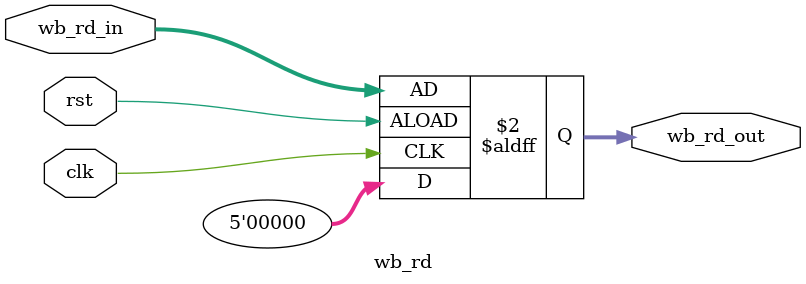
<source format=sv>
module wb_rd(
    input logic clk,
    input logic rst,
    input logic [4:0] wb_rd_in = 5'b0, 
    output logic [4:0] wb_rd_out
     
);

    always_ff @(posedge clk or negedge rst) begin
        if (rst) begin
            wb_rd_out <= 5'b0; 
        end else begin
            wb_rd_out <= wb_rd_in; 
        end
    end
endmodule
</source>
